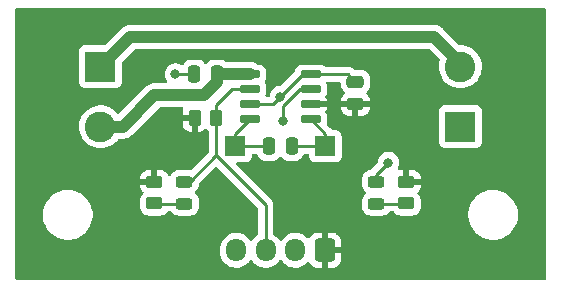
<source format=gbr>
%TF.GenerationSoftware,KiCad,Pcbnew,(6.0.0)*%
%TF.CreationDate,2022-12-15T23:32:01-05:00*%
%TF.ProjectId,FanExpander,46616e45-7870-4616-9e64-65722e6b6963,rev?*%
%TF.SameCoordinates,Original*%
%TF.FileFunction,Copper,L1,Top*%
%TF.FilePolarity,Positive*%
%FSLAX46Y46*%
G04 Gerber Fmt 4.6, Leading zero omitted, Abs format (unit mm)*
G04 Created by KiCad (PCBNEW (6.0.0)) date 2022-12-15 23:32:01*
%MOMM*%
%LPD*%
G01*
G04 APERTURE LIST*
G04 Aperture macros list*
%AMRoundRect*
0 Rectangle with rounded corners*
0 $1 Rounding radius*
0 $2 $3 $4 $5 $6 $7 $8 $9 X,Y pos of 4 corners*
0 Add a 4 corners polygon primitive as box body*
4,1,4,$2,$3,$4,$5,$6,$7,$8,$9,$2,$3,0*
0 Add four circle primitives for the rounded corners*
1,1,$1+$1,$2,$3*
1,1,$1+$1,$4,$5*
1,1,$1+$1,$6,$7*
1,1,$1+$1,$8,$9*
0 Add four rect primitives between the rounded corners*
20,1,$1+$1,$2,$3,$4,$5,0*
20,1,$1+$1,$4,$5,$6,$7,0*
20,1,$1+$1,$6,$7,$8,$9,0*
20,1,$1+$1,$8,$9,$2,$3,0*%
G04 Aperture macros list end*
%TA.AperFunction,ComponentPad*%
%ADD10R,2.600000X2.600000*%
%TD*%
%TA.AperFunction,ComponentPad*%
%ADD11C,2.600000*%
%TD*%
%TA.AperFunction,SMDPad,CuDef*%
%ADD12RoundRect,0.250000X0.475000X-0.250000X0.475000X0.250000X-0.475000X0.250000X-0.475000X-0.250000X0*%
%TD*%
%TA.AperFunction,SMDPad,CuDef*%
%ADD13RoundRect,0.250000X-0.250000X-0.475000X0.250000X-0.475000X0.250000X0.475000X-0.250000X0.475000X0*%
%TD*%
%TA.AperFunction,SMDPad,CuDef*%
%ADD14RoundRect,0.150000X-0.725000X-0.150000X0.725000X-0.150000X0.725000X0.150000X-0.725000X0.150000X0*%
%TD*%
%TA.AperFunction,SMDPad,CuDef*%
%ADD15RoundRect,0.243750X-0.456250X0.243750X-0.456250X-0.243750X0.456250X-0.243750X0.456250X0.243750X0*%
%TD*%
%TA.AperFunction,ComponentPad*%
%ADD16R,1.700000X1.700000*%
%TD*%
%TA.AperFunction,ComponentPad*%
%ADD17RoundRect,0.250000X0.600000X0.725000X-0.600000X0.725000X-0.600000X-0.725000X0.600000X-0.725000X0*%
%TD*%
%TA.AperFunction,ComponentPad*%
%ADD18O,1.700000X1.950000*%
%TD*%
%TA.AperFunction,SMDPad,CuDef*%
%ADD19RoundRect,0.250000X-0.450000X0.262500X-0.450000X-0.262500X0.450000X-0.262500X0.450000X0.262500X0*%
%TD*%
%TA.AperFunction,SMDPad,CuDef*%
%ADD20RoundRect,0.250000X0.262500X0.450000X-0.262500X0.450000X-0.262500X-0.450000X0.262500X-0.450000X0*%
%TD*%
%TA.AperFunction,ViaPad*%
%ADD21C,0.800000*%
%TD*%
%TA.AperFunction,Conductor*%
%ADD22C,0.250000*%
%TD*%
%TA.AperFunction,Conductor*%
%ADD23C,1.000000*%
%TD*%
G04 APERTURE END LIST*
D10*
%TO.P,J3,1,Pin_1*%
%TO.N,GND*%
X115240000Y-102540000D03*
D11*
%TO.P,J3,2,Pin_2*%
%TO.N,/Vfan*%
X115240000Y-97460000D03*
%TD*%
D12*
%TO.P,C2,1*%
%TO.N,+3V3*%
X106350000Y-100630000D03*
%TO.P,C2,2*%
%TO.N,GND*%
X106350000Y-98730000D03*
%TD*%
D13*
%TO.P,C3,1*%
%TO.N,Net-(C3-Pad1)*%
X99050000Y-104191000D03*
%TO.P,C3,2*%
%TO.N,Net-(C3-Pad2)*%
X100950000Y-104191000D03*
%TD*%
D14*
%TO.P,U1,1,Sense*%
%TO.N,FanGround*%
X97425000Y-98095000D03*
%TO.P,U1,2,~{Fail}*%
%TO.N,~{FAIL} Out*%
X97425000Y-99365000D03*
%TO.P,U1,3,GND*%
%TO.N,GND*%
X97425000Y-100635000D03*
%TO.P,U1,4,FC-*%
%TO.N,Net-(C3-Pad1)*%
X97425000Y-101905000D03*
%TO.P,U1,5,FC+*%
%TO.N,Net-(C3-Pad2)*%
X102575000Y-101905000D03*
%TO.P,U1,6,VCC*%
%TO.N,+3V3*%
X102575000Y-100635000D03*
%TO.P,U1,7,~{OFF}*%
%TO.N,FanEn*%
X102575000Y-99365000D03*
%TO.P,U1,8,PGND*%
%TO.N,GND*%
X102575000Y-98095000D03*
%TD*%
D15*
%TO.P,D2,1,K*%
%TO.N,GND*%
X108128000Y-107190500D03*
%TO.P,D2,2,A*%
%TO.N,Net-(D2-Pad2)*%
X108128000Y-109065500D03*
%TD*%
%TO.P,D1,1,K*%
%TO.N,~{FAIL} Out*%
X91872000Y-107190500D03*
%TO.P,D1,2,A*%
%TO.N,Net-(D1-Pad2)*%
X91872000Y-109065500D03*
%TD*%
D10*
%TO.P,J2,1,Pin_1*%
%TO.N,/Vfan*%
X84760000Y-97460000D03*
D11*
%TO.P,J2,2,Pin_2*%
%TO.N,FanGround*%
X84760000Y-102540000D03*
%TD*%
D16*
%TO.P,J5,1,Pin_1*%
%TO.N,Net-(C3-Pad2)*%
X103810000Y-104191000D03*
%TD*%
D17*
%TO.P,J1,1,Pin_1*%
%TO.N,+3V3*%
X103750000Y-113000000D03*
D18*
%TO.P,J1,2,Pin_2*%
%TO.N,FanEn*%
X101250000Y-113000000D03*
%TO.P,J1,3,Pin_3*%
%TO.N,~{FAIL} Out*%
X98750000Y-113000000D03*
%TO.P,J1,4,Pin_4*%
%TO.N,GND*%
X96250000Y-113000000D03*
%TD*%
D19*
%TO.P,R2,1*%
%TO.N,+3V3*%
X89332000Y-107215500D03*
%TO.P,R2,2*%
%TO.N,Net-(D1-Pad2)*%
X89332000Y-109040500D03*
%TD*%
%TO.P,R3,1*%
%TO.N,+3V3*%
X110668000Y-107215500D03*
%TO.P,R3,2*%
%TO.N,Net-(D2-Pad2)*%
X110668000Y-109040500D03*
%TD*%
D13*
%TO.P,C1,1*%
%TO.N,GND*%
X92700000Y-98095000D03*
%TO.P,C1,2*%
%TO.N,FanGround*%
X94600000Y-98095000D03*
%TD*%
D16*
%TO.P,J4,1,Pin_1*%
%TO.N,Net-(C3-Pad1)*%
X96190000Y-104191000D03*
%TD*%
D20*
%TO.P,R1,1*%
%TO.N,~{FAIL} Out*%
X94562500Y-101778000D03*
%TO.P,R1,2*%
%TO.N,+3V3*%
X92737500Y-101778000D03*
%TD*%
D21*
%TO.N,GND*%
X100000000Y-100000000D03*
X91110000Y-98095000D03*
X109144000Y-105588000D03*
%TO.N,FanEn*%
X100254000Y-102032000D03*
%TD*%
D22*
%TO.N,GND*%
X108128000Y-107190500D02*
X108128000Y-106604000D01*
X92700000Y-98095000D02*
X91110000Y-98095000D01*
X102575000Y-98095000D02*
X105715000Y-98095000D01*
X102575000Y-98095000D02*
X101905000Y-98095000D01*
X101905000Y-98095000D02*
X100000000Y-100000000D01*
X105715000Y-98095000D02*
X106350000Y-98730000D01*
X97425000Y-100635000D02*
X99365000Y-100635000D01*
X99365000Y-100635000D02*
X100000000Y-100000000D01*
X108128000Y-106604000D02*
X109144000Y-105588000D01*
D23*
%TO.N,FanGround*%
X94600000Y-98796000D02*
X94600000Y-98222000D01*
X93523000Y-99873000D02*
X94600000Y-98796000D01*
X94600000Y-98095000D02*
X97425000Y-98095000D01*
X86665000Y-102540000D02*
X89332000Y-99873000D01*
X89332000Y-99873000D02*
X93523000Y-99873000D01*
X84760000Y-102540000D02*
X86665000Y-102540000D01*
D22*
%TO.N,~{FAIL} Out*%
X97425000Y-99365000D02*
X95936000Y-99365000D01*
X92348500Y-107190500D02*
X94562500Y-104976500D01*
X94562500Y-101778000D02*
X94562500Y-104976500D01*
X98750000Y-109164000D02*
X94562500Y-104976500D01*
X95936000Y-99365000D02*
X94562500Y-100738500D01*
X91872000Y-107190500D02*
X92348500Y-107190500D01*
X94562500Y-100738500D02*
X94562500Y-101778000D01*
X98750000Y-113000000D02*
X98750000Y-109164000D01*
%TO.N,Net-(C3-Pad1)*%
X99050000Y-104191000D02*
X96190000Y-104191000D01*
X96190000Y-103140000D02*
X96190000Y-104191000D01*
X97425000Y-101905000D02*
X96190000Y-103140000D01*
%TO.N,Net-(C3-Pad2)*%
X103810000Y-103140000D02*
X103810000Y-104191000D01*
X102575000Y-101905000D02*
X103810000Y-103140000D01*
X100950000Y-104191000D02*
X103810000Y-104191000D01*
%TO.N,Net-(D1-Pad2)*%
X89357000Y-109065500D02*
X89332000Y-109040500D01*
X91872000Y-109065500D02*
X89357000Y-109065500D01*
%TO.N,FanEn*%
X101651000Y-99365000D02*
X101524000Y-99492000D01*
X102575000Y-99365000D02*
X101651000Y-99365000D01*
X101524000Y-99492000D02*
X101524000Y-99500614D01*
X100254000Y-100770614D02*
X100254000Y-102032000D01*
X101524000Y-99500614D02*
X100254000Y-100770614D01*
D23*
%TO.N,/Vfan*%
X84760000Y-97460000D02*
X87300000Y-94920000D01*
X87300000Y-94920000D02*
X113005000Y-94920000D01*
X113005000Y-94920000D02*
X115545000Y-97460000D01*
D22*
%TO.N,Net-(D2-Pad2)*%
X108128000Y-109065500D02*
X110643000Y-109065500D01*
X110643000Y-109065500D02*
X110668000Y-109040500D01*
%TD*%
%TA.AperFunction,Conductor*%
%TO.N,+3V3*%
G36*
X122434121Y-92528002D02*
G01*
X122480614Y-92581658D01*
X122492000Y-92634000D01*
X122492000Y-115366000D01*
X122471998Y-115434121D01*
X122418342Y-115480614D01*
X122366000Y-115492000D01*
X77634000Y-115492000D01*
X77565879Y-115471998D01*
X77519386Y-115418342D01*
X77508000Y-115366000D01*
X77508000Y-110132703D01*
X79890743Y-110132703D01*
X79928268Y-110417734D01*
X80004129Y-110695036D01*
X80116923Y-110959476D01*
X80264561Y-111206161D01*
X80444313Y-111430528D01*
X80538467Y-111519877D01*
X80633624Y-111610177D01*
X80652851Y-111628423D01*
X80886317Y-111796186D01*
X80890112Y-111798195D01*
X80890113Y-111798196D01*
X80909089Y-111808243D01*
X81140392Y-111930712D01*
X81215550Y-111958216D01*
X81375699Y-112016822D01*
X81410373Y-112029511D01*
X81691264Y-112090755D01*
X81719841Y-112093004D01*
X81914282Y-112108307D01*
X81914291Y-112108307D01*
X81916739Y-112108500D01*
X82072271Y-112108500D01*
X82074407Y-112108354D01*
X82074418Y-112108354D01*
X82282548Y-112094165D01*
X82282554Y-112094164D01*
X82286825Y-112093873D01*
X82291020Y-112093004D01*
X82291022Y-112093004D01*
X82427584Y-112064723D01*
X82568342Y-112035574D01*
X82839343Y-111939607D01*
X83094812Y-111807750D01*
X83098313Y-111805289D01*
X83098317Y-111805287D01*
X83225009Y-111716246D01*
X83330023Y-111642441D01*
X83453976Y-111527257D01*
X83537479Y-111449661D01*
X83537481Y-111449658D01*
X83540622Y-111446740D01*
X83722713Y-111224268D01*
X83872927Y-110979142D01*
X83988483Y-110715898D01*
X84067244Y-110439406D01*
X84107751Y-110154784D01*
X84107845Y-110136951D01*
X84109235Y-109871583D01*
X84109235Y-109871576D01*
X84109257Y-109867297D01*
X84097278Y-109776303D01*
X84078275Y-109631968D01*
X84071732Y-109582266D01*
X83995871Y-109304964D01*
X83931497Y-109154042D01*
X83884763Y-109044476D01*
X83884761Y-109044472D01*
X83883077Y-109040524D01*
X83784143Y-108875218D01*
X83737643Y-108797521D01*
X83737640Y-108797517D01*
X83735439Y-108793839D01*
X83555687Y-108569472D01*
X83347149Y-108371577D01*
X83113683Y-108203814D01*
X83091843Y-108192250D01*
X82970605Y-108128058D01*
X82859608Y-108069288D01*
X82589627Y-107970489D01*
X82308736Y-107909245D01*
X82277685Y-107906801D01*
X82085718Y-107891693D01*
X82085709Y-107891693D01*
X82083261Y-107891500D01*
X81927729Y-107891500D01*
X81925593Y-107891646D01*
X81925582Y-107891646D01*
X81717452Y-107905835D01*
X81717446Y-107905836D01*
X81713175Y-107906127D01*
X81708980Y-107906996D01*
X81708978Y-107906996D01*
X81572417Y-107935276D01*
X81431658Y-107964426D01*
X81160657Y-108060393D01*
X81156848Y-108062359D01*
X80945327Y-108171533D01*
X80905188Y-108192250D01*
X80901687Y-108194711D01*
X80901683Y-108194713D01*
X80854032Y-108228203D01*
X80669977Y-108357559D01*
X80459378Y-108553260D01*
X80277287Y-108775732D01*
X80127073Y-109020858D01*
X80125347Y-109024791D01*
X80125346Y-109024792D01*
X80069482Y-109152055D01*
X80011517Y-109284102D01*
X80010342Y-109288229D01*
X80010341Y-109288230D01*
X79981494Y-109389499D01*
X79932756Y-109560594D01*
X79892249Y-109845216D01*
X79892227Y-109849505D01*
X79892226Y-109849512D01*
X79891116Y-110061499D01*
X79890743Y-110132703D01*
X77508000Y-110132703D01*
X77508000Y-106943385D01*
X88124000Y-106943385D01*
X88128475Y-106958624D01*
X88129865Y-106959829D01*
X88137548Y-106961500D01*
X89059885Y-106961500D01*
X89075124Y-106957025D01*
X89076329Y-106955635D01*
X89078000Y-106947952D01*
X89078000Y-106213116D01*
X89073525Y-106197877D01*
X89072135Y-106196672D01*
X89064452Y-106195001D01*
X88834905Y-106195001D01*
X88828386Y-106195338D01*
X88732794Y-106205257D01*
X88719400Y-106208149D01*
X88565216Y-106259588D01*
X88552038Y-106265761D01*
X88414193Y-106351063D01*
X88402792Y-106360099D01*
X88288261Y-106474829D01*
X88279249Y-106486240D01*
X88194184Y-106624243D01*
X88188037Y-106637424D01*
X88136862Y-106791710D01*
X88133995Y-106805086D01*
X88124328Y-106899438D01*
X88124000Y-106905855D01*
X88124000Y-106943385D01*
X77508000Y-106943385D01*
X77508000Y-102492526D01*
X82947050Y-102492526D01*
X82947274Y-102497192D01*
X82947274Y-102497197D01*
X82952524Y-102606487D01*
X82959947Y-102761019D01*
X83012388Y-103024656D01*
X83103220Y-103277646D01*
X83105432Y-103281762D01*
X83105433Y-103281765D01*
X83163532Y-103389892D01*
X83230450Y-103514431D01*
X83233241Y-103518168D01*
X83233245Y-103518175D01*
X83299079Y-103606337D01*
X83391281Y-103729810D01*
X83394590Y-103733090D01*
X83394595Y-103733096D01*
X83578863Y-103915762D01*
X83582180Y-103919050D01*
X83585942Y-103921808D01*
X83585945Y-103921811D01*
X83634912Y-103957715D01*
X83798954Y-104077995D01*
X83803089Y-104080171D01*
X83803093Y-104080173D01*
X84032698Y-104200975D01*
X84036840Y-104203154D01*
X84290613Y-104291775D01*
X84295206Y-104292647D01*
X84550109Y-104341042D01*
X84550112Y-104341042D01*
X84554698Y-104341913D01*
X84682370Y-104346929D01*
X84818625Y-104352283D01*
X84818630Y-104352283D01*
X84823293Y-104352466D01*
X84927607Y-104341042D01*
X85085844Y-104323713D01*
X85085850Y-104323712D01*
X85090497Y-104323203D01*
X85202302Y-104293767D01*
X85345918Y-104255956D01*
X85345920Y-104255955D01*
X85350441Y-104254765D01*
X85457795Y-104208642D01*
X85593120Y-104150502D01*
X85593122Y-104150501D01*
X85597414Y-104148657D01*
X85716071Y-104075230D01*
X85822017Y-104009669D01*
X85822021Y-104009666D01*
X85825990Y-104007210D01*
X86031149Y-103833530D01*
X86208382Y-103631434D01*
X86224525Y-103606337D01*
X86278199Y-103559866D01*
X86330496Y-103548500D01*
X86603157Y-103548500D01*
X86616764Y-103549237D01*
X86648262Y-103552659D01*
X86648267Y-103552659D01*
X86654388Y-103553324D01*
X86680638Y-103551027D01*
X86704388Y-103548950D01*
X86709214Y-103548621D01*
X86711686Y-103548500D01*
X86714769Y-103548500D01*
X86726738Y-103547326D01*
X86757506Y-103544310D01*
X86758819Y-103544188D01*
X86803084Y-103540315D01*
X86851413Y-103536087D01*
X86856532Y-103534600D01*
X86861833Y-103534080D01*
X86950834Y-103507209D01*
X86951967Y-103506874D01*
X87035414Y-103482630D01*
X87035418Y-103482628D01*
X87041336Y-103480909D01*
X87046068Y-103478456D01*
X87051169Y-103476916D01*
X87056612Y-103474022D01*
X87133260Y-103433269D01*
X87134426Y-103432657D01*
X87211453Y-103392729D01*
X87216926Y-103389892D01*
X87221089Y-103386569D01*
X87225796Y-103384066D01*
X87297918Y-103325245D01*
X87298774Y-103324554D01*
X87337973Y-103293262D01*
X87340477Y-103290758D01*
X87341195Y-103290116D01*
X87345528Y-103286415D01*
X87379062Y-103259065D01*
X87389578Y-103246354D01*
X87408287Y-103223738D01*
X87416277Y-103214958D01*
X88356140Y-102275095D01*
X91717001Y-102275095D01*
X91717338Y-102281614D01*
X91727257Y-102377206D01*
X91730149Y-102390600D01*
X91781588Y-102544784D01*
X91787761Y-102557962D01*
X91873063Y-102695807D01*
X91882099Y-102707208D01*
X91996829Y-102821739D01*
X92008240Y-102830751D01*
X92146243Y-102915816D01*
X92159424Y-102921963D01*
X92313710Y-102973138D01*
X92327086Y-102976005D01*
X92421438Y-102985672D01*
X92427854Y-102986000D01*
X92465385Y-102986000D01*
X92480624Y-102981525D01*
X92481829Y-102980135D01*
X92483500Y-102972452D01*
X92483500Y-102050115D01*
X92479025Y-102034876D01*
X92477635Y-102033671D01*
X92469952Y-102032000D01*
X91735116Y-102032000D01*
X91719877Y-102036475D01*
X91718672Y-102037865D01*
X91717001Y-102045548D01*
X91717001Y-102275095D01*
X88356140Y-102275095D01*
X89712829Y-100918405D01*
X89775141Y-100884380D01*
X89801924Y-100881500D01*
X91649920Y-100881500D01*
X91718041Y-100901502D01*
X91764534Y-100955158D01*
X91774638Y-101025432D01*
X91769513Y-101047168D01*
X91729862Y-101166710D01*
X91726995Y-101180086D01*
X91717328Y-101274438D01*
X91717000Y-101280855D01*
X91717000Y-101505885D01*
X91721475Y-101521124D01*
X91722865Y-101522329D01*
X91730548Y-101524000D01*
X92865500Y-101524000D01*
X92933621Y-101544002D01*
X92980114Y-101597658D01*
X92991500Y-101650000D01*
X92991500Y-102967884D01*
X92995975Y-102983123D01*
X92997365Y-102984328D01*
X93005048Y-102985999D01*
X93047095Y-102985999D01*
X93053614Y-102985662D01*
X93149206Y-102975743D01*
X93162600Y-102972851D01*
X93316784Y-102921412D01*
X93329962Y-102915239D01*
X93467807Y-102829937D01*
X93479208Y-102820901D01*
X93560430Y-102739538D01*
X93622713Y-102705459D01*
X93693533Y-102710462D01*
X93738620Y-102739383D01*
X93821512Y-102822130D01*
X93821517Y-102822134D01*
X93826697Y-102827305D01*
X93832929Y-102831147D01*
X93832931Y-102831148D01*
X93869117Y-102853454D01*
X93916610Y-102906226D01*
X93929000Y-102960713D01*
X93929000Y-104661906D01*
X93908998Y-104730027D01*
X93892095Y-104751001D01*
X92484409Y-106158686D01*
X92422097Y-106192712D01*
X92384654Y-106194810D01*
X92384645Y-106194992D01*
X92382950Y-106194905D01*
X92382458Y-106194933D01*
X92381434Y-106194828D01*
X92381431Y-106194828D01*
X92378231Y-106194500D01*
X91875904Y-106194500D01*
X91365770Y-106194501D01*
X91260871Y-106205384D01*
X91254340Y-106207563D01*
X91254335Y-106207564D01*
X91106189Y-106256990D01*
X91094474Y-106260898D01*
X90945311Y-106353203D01*
X90821383Y-106477347D01*
X90729339Y-106626671D01*
X90727035Y-106633618D01*
X90727032Y-106633624D01*
X90720403Y-106653611D01*
X90679973Y-106711971D01*
X90614409Y-106739209D01*
X90544528Y-106726676D01*
X90492515Y-106678352D01*
X90481287Y-106653823D01*
X90475414Y-106636219D01*
X90469239Y-106623038D01*
X90383937Y-106485193D01*
X90374901Y-106473792D01*
X90260171Y-106359261D01*
X90248760Y-106350249D01*
X90110757Y-106265184D01*
X90097576Y-106259037D01*
X89943290Y-106207862D01*
X89929914Y-106204995D01*
X89835562Y-106195328D01*
X89829145Y-106195000D01*
X89604115Y-106195000D01*
X89588876Y-106199475D01*
X89587671Y-106200865D01*
X89586000Y-106208548D01*
X89586000Y-107343500D01*
X89565998Y-107411621D01*
X89512342Y-107458114D01*
X89460000Y-107469500D01*
X88142116Y-107469500D01*
X88126877Y-107473975D01*
X88125672Y-107475365D01*
X88124001Y-107483048D01*
X88124001Y-107525095D01*
X88124338Y-107531614D01*
X88134257Y-107627206D01*
X88137149Y-107640600D01*
X88188588Y-107794784D01*
X88194761Y-107807962D01*
X88280063Y-107945807D01*
X88289099Y-107957208D01*
X88370462Y-108038430D01*
X88404541Y-108100713D01*
X88399538Y-108171533D01*
X88370617Y-108216620D01*
X88287870Y-108299512D01*
X88287866Y-108299517D01*
X88282695Y-108304697D01*
X88278855Y-108310927D01*
X88278854Y-108310928D01*
X88250123Y-108357539D01*
X88189885Y-108455262D01*
X88134203Y-108623139D01*
X88123500Y-108727600D01*
X88123500Y-109353400D01*
X88123837Y-109356646D01*
X88123837Y-109356650D01*
X88133711Y-109451811D01*
X88134474Y-109459166D01*
X88136655Y-109465702D01*
X88136655Y-109465704D01*
X88176963Y-109586522D01*
X88190450Y-109626946D01*
X88283522Y-109777348D01*
X88408697Y-109902305D01*
X88414927Y-109906145D01*
X88414928Y-109906146D01*
X88552090Y-109990694D01*
X88559262Y-109995115D01*
X88567858Y-109997966D01*
X88720611Y-110048632D01*
X88720613Y-110048632D01*
X88727139Y-110050797D01*
X88733975Y-110051497D01*
X88733978Y-110051498D01*
X88777031Y-110055909D01*
X88831600Y-110061500D01*
X89832400Y-110061500D01*
X89835646Y-110061163D01*
X89835650Y-110061163D01*
X89931308Y-110051238D01*
X89931312Y-110051237D01*
X89938166Y-110050526D01*
X89944702Y-110048345D01*
X89944704Y-110048345D01*
X90095707Y-109997966D01*
X90105946Y-109994550D01*
X90256348Y-109901478D01*
X90308224Y-109849512D01*
X90376134Y-109781483D01*
X90381305Y-109776303D01*
X90392042Y-109758884D01*
X90444813Y-109711391D01*
X90499302Y-109699000D01*
X90702069Y-109699000D01*
X90770190Y-109719002D01*
X90809211Y-109758695D01*
X90822203Y-109779689D01*
X90946347Y-109903617D01*
X91095671Y-109995661D01*
X91102619Y-109997966D01*
X91102620Y-109997966D01*
X91255634Y-110048719D01*
X91255636Y-110048719D01*
X91262165Y-110050885D01*
X91365769Y-110061500D01*
X91868096Y-110061500D01*
X92378230Y-110061499D01*
X92483129Y-110050616D01*
X92489660Y-110048437D01*
X92489665Y-110048436D01*
X92642578Y-109997420D01*
X92649526Y-109995102D01*
X92798689Y-109902797D01*
X92922617Y-109778653D01*
X92927261Y-109771120D01*
X92959386Y-109719002D01*
X93014661Y-109629329D01*
X93069885Y-109462835D01*
X93080500Y-109359231D01*
X93080499Y-108771770D01*
X93069616Y-108666871D01*
X93067437Y-108660340D01*
X93067436Y-108660335D01*
X93016420Y-108507422D01*
X93014102Y-108500474D01*
X92921797Y-108351311D01*
X92797653Y-108227383D01*
X92794730Y-108225581D01*
X92754592Y-108168971D01*
X92751358Y-108098048D01*
X92786982Y-108036636D01*
X92793378Y-108031084D01*
X92798689Y-108027797D01*
X92922617Y-107903653D01*
X93014661Y-107754329D01*
X93034682Y-107693968D01*
X93067719Y-107594366D01*
X93067719Y-107594364D01*
X93069885Y-107587835D01*
X93080500Y-107484231D01*
X93080500Y-107406594D01*
X93100502Y-107338473D01*
X93117405Y-107317499D01*
X94473405Y-105961499D01*
X94535717Y-105927473D01*
X94606532Y-105932538D01*
X94651595Y-105961499D01*
X98079595Y-109389499D01*
X98113621Y-109451811D01*
X98116500Y-109478594D01*
X98116500Y-111599404D01*
X98096498Y-111667525D01*
X98055867Y-111707122D01*
X97946683Y-111773377D01*
X97942653Y-111776874D01*
X97849484Y-111857722D01*
X97772555Y-111924477D01*
X97769168Y-111928608D01*
X97629760Y-112098627D01*
X97629756Y-112098633D01*
X97626376Y-112102755D01*
X97608448Y-112134250D01*
X97557368Y-112183555D01*
X97487738Y-112197417D01*
X97421667Y-112171434D01*
X97394427Y-112142284D01*
X97359962Y-112091091D01*
X97312559Y-112020681D01*
X97262848Y-111968570D01*
X97157103Y-111857722D01*
X97153424Y-111853865D01*
X96968458Y-111716246D01*
X96963707Y-111713830D01*
X96963703Y-111713828D01*
X96841731Y-111651815D01*
X96762949Y-111611760D01*
X96757855Y-111610178D01*
X96757852Y-111610177D01*
X96547871Y-111544976D01*
X96542773Y-111543393D01*
X96537484Y-111542692D01*
X96319511Y-111513802D01*
X96319506Y-111513802D01*
X96314226Y-111513102D01*
X96308897Y-111513302D01*
X96308895Y-111513302D01*
X96210368Y-111517001D01*
X96083842Y-111521751D01*
X96078623Y-111522846D01*
X96058849Y-111526995D01*
X95858209Y-111569093D01*
X95853250Y-111571051D01*
X95853248Y-111571052D01*
X95648744Y-111651815D01*
X95648742Y-111651816D01*
X95643779Y-111653776D01*
X95639220Y-111656543D01*
X95639217Y-111656544D01*
X95540832Y-111716246D01*
X95446683Y-111773377D01*
X95442653Y-111776874D01*
X95349484Y-111857722D01*
X95272555Y-111924477D01*
X95269168Y-111928608D01*
X95129760Y-112098627D01*
X95129756Y-112098633D01*
X95126376Y-112102755D01*
X95123738Y-112107390D01*
X95123735Y-112107394D01*
X95080382Y-112183555D01*
X95012325Y-112303114D01*
X94933663Y-112519825D01*
X94932714Y-112525074D01*
X94932713Y-112525077D01*
X94893377Y-112742608D01*
X94893376Y-112742615D01*
X94892639Y-112746692D01*
X94891500Y-112770844D01*
X94891500Y-113182890D01*
X94906080Y-113354720D01*
X94907418Y-113359875D01*
X94907419Y-113359881D01*
X94962657Y-113572703D01*
X94963999Y-113577872D01*
X95058688Y-113788075D01*
X95187441Y-113979319D01*
X95346576Y-114146135D01*
X95531542Y-114283754D01*
X95536293Y-114286170D01*
X95536297Y-114286172D01*
X95598704Y-114317901D01*
X95737051Y-114388240D01*
X95742145Y-114389822D01*
X95742148Y-114389823D01*
X95942020Y-114451885D01*
X95957227Y-114456607D01*
X95962516Y-114457308D01*
X96180489Y-114486198D01*
X96180494Y-114486198D01*
X96185774Y-114486898D01*
X96191103Y-114486698D01*
X96191105Y-114486698D01*
X96300966Y-114482573D01*
X96416158Y-114478249D01*
X96421468Y-114477135D01*
X96636572Y-114432002D01*
X96641791Y-114430907D01*
X96646750Y-114428949D01*
X96646752Y-114428948D01*
X96851256Y-114348185D01*
X96851258Y-114348184D01*
X96856221Y-114346224D01*
X96955184Y-114286172D01*
X97048757Y-114229390D01*
X97048756Y-114229390D01*
X97053317Y-114226623D01*
X97093493Y-114191760D01*
X97223412Y-114079023D01*
X97223414Y-114079021D01*
X97227445Y-114075523D01*
X97291383Y-113997545D01*
X97370240Y-113901373D01*
X97370244Y-113901367D01*
X97373624Y-113897245D01*
X97391552Y-113865750D01*
X97442632Y-113816445D01*
X97512262Y-113802583D01*
X97578333Y-113828566D01*
X97605573Y-113857716D01*
X97687441Y-113979319D01*
X97846576Y-114146135D01*
X98031542Y-114283754D01*
X98036293Y-114286170D01*
X98036297Y-114286172D01*
X98098704Y-114317901D01*
X98237051Y-114388240D01*
X98242145Y-114389822D01*
X98242148Y-114389823D01*
X98442020Y-114451885D01*
X98457227Y-114456607D01*
X98462516Y-114457308D01*
X98680489Y-114486198D01*
X98680494Y-114486198D01*
X98685774Y-114486898D01*
X98691103Y-114486698D01*
X98691105Y-114486698D01*
X98800966Y-114482573D01*
X98916158Y-114478249D01*
X98921468Y-114477135D01*
X99136572Y-114432002D01*
X99141791Y-114430907D01*
X99146750Y-114428949D01*
X99146752Y-114428948D01*
X99351256Y-114348185D01*
X99351258Y-114348184D01*
X99356221Y-114346224D01*
X99455184Y-114286172D01*
X99548757Y-114229390D01*
X99548756Y-114229390D01*
X99553317Y-114226623D01*
X99593493Y-114191760D01*
X99723412Y-114079023D01*
X99723414Y-114079021D01*
X99727445Y-114075523D01*
X99791383Y-113997545D01*
X99870240Y-113901373D01*
X99870244Y-113901367D01*
X99873624Y-113897245D01*
X99891552Y-113865750D01*
X99942632Y-113816445D01*
X100012262Y-113802583D01*
X100078333Y-113828566D01*
X100105573Y-113857716D01*
X100187441Y-113979319D01*
X100346576Y-114146135D01*
X100531542Y-114283754D01*
X100536293Y-114286170D01*
X100536297Y-114286172D01*
X100598704Y-114317901D01*
X100737051Y-114388240D01*
X100742145Y-114389822D01*
X100742148Y-114389823D01*
X100942020Y-114451885D01*
X100957227Y-114456607D01*
X100962516Y-114457308D01*
X101180489Y-114486198D01*
X101180494Y-114486198D01*
X101185774Y-114486898D01*
X101191103Y-114486698D01*
X101191105Y-114486698D01*
X101300966Y-114482573D01*
X101416158Y-114478249D01*
X101421468Y-114477135D01*
X101636572Y-114432002D01*
X101641791Y-114430907D01*
X101646750Y-114428949D01*
X101646752Y-114428948D01*
X101851256Y-114348185D01*
X101851258Y-114348184D01*
X101856221Y-114346224D01*
X101955184Y-114286172D01*
X102048757Y-114229390D01*
X102048756Y-114229390D01*
X102053317Y-114226623D01*
X102093493Y-114191760D01*
X102223412Y-114079023D01*
X102223414Y-114079021D01*
X102227445Y-114075523D01*
X102257006Y-114039471D01*
X102315666Y-113999476D01*
X102386636Y-113997545D01*
X102447384Y-114034290D01*
X102461584Y-114053059D01*
X102548063Y-114192807D01*
X102557099Y-114204208D01*
X102671829Y-114318739D01*
X102683240Y-114327751D01*
X102821243Y-114412816D01*
X102834424Y-114418963D01*
X102988710Y-114470138D01*
X103002086Y-114473005D01*
X103096438Y-114482672D01*
X103102854Y-114483000D01*
X103477885Y-114483000D01*
X103493124Y-114478525D01*
X103494329Y-114477135D01*
X103496000Y-114469452D01*
X103496000Y-114464884D01*
X104004000Y-114464884D01*
X104008475Y-114480123D01*
X104009865Y-114481328D01*
X104017548Y-114482999D01*
X104397095Y-114482999D01*
X104403614Y-114482662D01*
X104499206Y-114472743D01*
X104512600Y-114469851D01*
X104666784Y-114418412D01*
X104679962Y-114412239D01*
X104817807Y-114326937D01*
X104829208Y-114317901D01*
X104943739Y-114203171D01*
X104952751Y-114191760D01*
X105037816Y-114053757D01*
X105043963Y-114040576D01*
X105095138Y-113886290D01*
X105098005Y-113872914D01*
X105107672Y-113778562D01*
X105108000Y-113772145D01*
X105108000Y-113272115D01*
X105103525Y-113256876D01*
X105102135Y-113255671D01*
X105094452Y-113254000D01*
X104022115Y-113254000D01*
X104006876Y-113258475D01*
X104005671Y-113259865D01*
X104004000Y-113267548D01*
X104004000Y-114464884D01*
X103496000Y-114464884D01*
X103496000Y-112727885D01*
X104004000Y-112727885D01*
X104008475Y-112743124D01*
X104009865Y-112744329D01*
X104017548Y-112746000D01*
X105089884Y-112746000D01*
X105105123Y-112741525D01*
X105106328Y-112740135D01*
X105107999Y-112732452D01*
X105107999Y-112227905D01*
X105107662Y-112221386D01*
X105097743Y-112125794D01*
X105094851Y-112112400D01*
X105043412Y-111958216D01*
X105037239Y-111945038D01*
X104951937Y-111807193D01*
X104942901Y-111795792D01*
X104828171Y-111681261D01*
X104816760Y-111672249D01*
X104678757Y-111587184D01*
X104665576Y-111581037D01*
X104511290Y-111529862D01*
X104497914Y-111526995D01*
X104403562Y-111517328D01*
X104397145Y-111517000D01*
X104022115Y-111517000D01*
X104006876Y-111521475D01*
X104005671Y-111522865D01*
X104004000Y-111530548D01*
X104004000Y-112727885D01*
X103496000Y-112727885D01*
X103496000Y-111535116D01*
X103491525Y-111519877D01*
X103490135Y-111518672D01*
X103482452Y-111517001D01*
X103102905Y-111517001D01*
X103096386Y-111517338D01*
X103000794Y-111527257D01*
X102987400Y-111530149D01*
X102833216Y-111581588D01*
X102820038Y-111587761D01*
X102682193Y-111673063D01*
X102670792Y-111682099D01*
X102556261Y-111796829D01*
X102547247Y-111808243D01*
X102461277Y-111947713D01*
X102408505Y-111995207D01*
X102338434Y-112006631D01*
X102273310Y-111978357D01*
X102262847Y-111968570D01*
X102242951Y-111947713D01*
X102153424Y-111853865D01*
X101968458Y-111716246D01*
X101963707Y-111713830D01*
X101963703Y-111713828D01*
X101841731Y-111651815D01*
X101762949Y-111611760D01*
X101757855Y-111610178D01*
X101757852Y-111610177D01*
X101547871Y-111544976D01*
X101542773Y-111543393D01*
X101537484Y-111542692D01*
X101319511Y-111513802D01*
X101319506Y-111513802D01*
X101314226Y-111513102D01*
X101308897Y-111513302D01*
X101308895Y-111513302D01*
X101210368Y-111517001D01*
X101083842Y-111521751D01*
X101078623Y-111522846D01*
X101058849Y-111526995D01*
X100858209Y-111569093D01*
X100853250Y-111571051D01*
X100853248Y-111571052D01*
X100648744Y-111651815D01*
X100648742Y-111651816D01*
X100643779Y-111653776D01*
X100639220Y-111656543D01*
X100639217Y-111656544D01*
X100540832Y-111716246D01*
X100446683Y-111773377D01*
X100442653Y-111776874D01*
X100349484Y-111857722D01*
X100272555Y-111924477D01*
X100269168Y-111928608D01*
X100129760Y-112098627D01*
X100129756Y-112098633D01*
X100126376Y-112102755D01*
X100108448Y-112134250D01*
X100057368Y-112183555D01*
X99987738Y-112197417D01*
X99921667Y-112171434D01*
X99894427Y-112142284D01*
X99859962Y-112091091D01*
X99812559Y-112020681D01*
X99762848Y-111968570D01*
X99657103Y-111857722D01*
X99653424Y-111853865D01*
X99468458Y-111716246D01*
X99463706Y-111713830D01*
X99463698Y-111713825D01*
X99452394Y-111708078D01*
X99400737Y-111659375D01*
X99383500Y-111595762D01*
X99383500Y-110132703D01*
X115890743Y-110132703D01*
X115928268Y-110417734D01*
X116004129Y-110695036D01*
X116116923Y-110959476D01*
X116264561Y-111206161D01*
X116444313Y-111430528D01*
X116538467Y-111519877D01*
X116633624Y-111610177D01*
X116652851Y-111628423D01*
X116886317Y-111796186D01*
X116890112Y-111798195D01*
X116890113Y-111798196D01*
X116909089Y-111808243D01*
X117140392Y-111930712D01*
X117215550Y-111958216D01*
X117375699Y-112016822D01*
X117410373Y-112029511D01*
X117691264Y-112090755D01*
X117719841Y-112093004D01*
X117914282Y-112108307D01*
X117914291Y-112108307D01*
X117916739Y-112108500D01*
X118072271Y-112108500D01*
X118074407Y-112108354D01*
X118074418Y-112108354D01*
X118282548Y-112094165D01*
X118282554Y-112094164D01*
X118286825Y-112093873D01*
X118291020Y-112093004D01*
X118291022Y-112093004D01*
X118427584Y-112064723D01*
X118568342Y-112035574D01*
X118839343Y-111939607D01*
X119094812Y-111807750D01*
X119098313Y-111805289D01*
X119098317Y-111805287D01*
X119225009Y-111716246D01*
X119330023Y-111642441D01*
X119453976Y-111527257D01*
X119537479Y-111449661D01*
X119537481Y-111449658D01*
X119540622Y-111446740D01*
X119722713Y-111224268D01*
X119872927Y-110979142D01*
X119988483Y-110715898D01*
X120067244Y-110439406D01*
X120107751Y-110154784D01*
X120107845Y-110136951D01*
X120109235Y-109871583D01*
X120109235Y-109871576D01*
X120109257Y-109867297D01*
X120097278Y-109776303D01*
X120078275Y-109631968D01*
X120071732Y-109582266D01*
X119995871Y-109304964D01*
X119931497Y-109154042D01*
X119884763Y-109044476D01*
X119884761Y-109044472D01*
X119883077Y-109040524D01*
X119784143Y-108875218D01*
X119737643Y-108797521D01*
X119737640Y-108797517D01*
X119735439Y-108793839D01*
X119555687Y-108569472D01*
X119347149Y-108371577D01*
X119113683Y-108203814D01*
X119091843Y-108192250D01*
X118970605Y-108128058D01*
X118859608Y-108069288D01*
X118589627Y-107970489D01*
X118308736Y-107909245D01*
X118277685Y-107906801D01*
X118085718Y-107891693D01*
X118085709Y-107891693D01*
X118083261Y-107891500D01*
X117927729Y-107891500D01*
X117925593Y-107891646D01*
X117925582Y-107891646D01*
X117717452Y-107905835D01*
X117717446Y-107905836D01*
X117713175Y-107906127D01*
X117708980Y-107906996D01*
X117708978Y-107906996D01*
X117572417Y-107935276D01*
X117431658Y-107964426D01*
X117160657Y-108060393D01*
X117156848Y-108062359D01*
X116945327Y-108171533D01*
X116905188Y-108192250D01*
X116901687Y-108194711D01*
X116901683Y-108194713D01*
X116854032Y-108228203D01*
X116669977Y-108357559D01*
X116459378Y-108553260D01*
X116277287Y-108775732D01*
X116127073Y-109020858D01*
X116125347Y-109024791D01*
X116125346Y-109024792D01*
X116069482Y-109152055D01*
X116011517Y-109284102D01*
X116010342Y-109288229D01*
X116010341Y-109288230D01*
X115981494Y-109389499D01*
X115932756Y-109560594D01*
X115892249Y-109845216D01*
X115892227Y-109849505D01*
X115892226Y-109849512D01*
X115891116Y-110061499D01*
X115890743Y-110132703D01*
X99383500Y-110132703D01*
X99383500Y-109242767D01*
X99384027Y-109231584D01*
X99385702Y-109224091D01*
X99383562Y-109156014D01*
X99383500Y-109152055D01*
X99383500Y-109124144D01*
X99382995Y-109120144D01*
X99382062Y-109108301D01*
X99380922Y-109072029D01*
X99380673Y-109064110D01*
X99375022Y-109044658D01*
X99371014Y-109025306D01*
X99369467Y-109013063D01*
X99368474Y-109005203D01*
X99365556Y-108997832D01*
X99352200Y-108964097D01*
X99348355Y-108952870D01*
X99347721Y-108950687D01*
X99336018Y-108910407D01*
X99331984Y-108903585D01*
X99331981Y-108903579D01*
X99325706Y-108892968D01*
X99317010Y-108875218D01*
X99312472Y-108863756D01*
X99312469Y-108863751D01*
X99309552Y-108856383D01*
X99283573Y-108820625D01*
X99277057Y-108810707D01*
X99258575Y-108779457D01*
X99254542Y-108772637D01*
X99253674Y-108771769D01*
X106919500Y-108771769D01*
X106919501Y-109359230D01*
X106930384Y-109464129D01*
X106932563Y-109470660D01*
X106932564Y-109470665D01*
X106961190Y-109556466D01*
X106985898Y-109630526D01*
X107078203Y-109779689D01*
X107202347Y-109903617D01*
X107351671Y-109995661D01*
X107358619Y-109997966D01*
X107358620Y-109997966D01*
X107511634Y-110048719D01*
X107511636Y-110048719D01*
X107518165Y-110050885D01*
X107621769Y-110061500D01*
X108124096Y-110061500D01*
X108634230Y-110061499D01*
X108739129Y-110050616D01*
X108745660Y-110048437D01*
X108745665Y-110048436D01*
X108898578Y-109997420D01*
X108905526Y-109995102D01*
X109054689Y-109902797D01*
X109178617Y-109778653D01*
X109183259Y-109771123D01*
X109190802Y-109758885D01*
X109243574Y-109711391D01*
X109298062Y-109699000D01*
X109500835Y-109699000D01*
X109568956Y-109719002D01*
X109607978Y-109758695D01*
X109615669Y-109771123D01*
X109615673Y-109771128D01*
X109619522Y-109777348D01*
X109744697Y-109902305D01*
X109750927Y-109906145D01*
X109750928Y-109906146D01*
X109888090Y-109990694D01*
X109895262Y-109995115D01*
X109903858Y-109997966D01*
X110056611Y-110048632D01*
X110056613Y-110048632D01*
X110063139Y-110050797D01*
X110069975Y-110051497D01*
X110069978Y-110051498D01*
X110113031Y-110055909D01*
X110167600Y-110061500D01*
X111168400Y-110061500D01*
X111171646Y-110061163D01*
X111171650Y-110061163D01*
X111267308Y-110051238D01*
X111267312Y-110051237D01*
X111274166Y-110050526D01*
X111280702Y-110048345D01*
X111280704Y-110048345D01*
X111431707Y-109997966D01*
X111441946Y-109994550D01*
X111592348Y-109901478D01*
X111644224Y-109849512D01*
X111712134Y-109781483D01*
X111717305Y-109776303D01*
X111757318Y-109711391D01*
X111806275Y-109631968D01*
X111806276Y-109631966D01*
X111810115Y-109625738D01*
X111865797Y-109457861D01*
X111876500Y-109353400D01*
X111876500Y-108727600D01*
X111876163Y-108724350D01*
X111866238Y-108628692D01*
X111866237Y-108628688D01*
X111865526Y-108621834D01*
X111847074Y-108566525D01*
X111811868Y-108461002D01*
X111809550Y-108454054D01*
X111716478Y-108303652D01*
X111711296Y-108298479D01*
X111629537Y-108216862D01*
X111595458Y-108154579D01*
X111600461Y-108083759D01*
X111629382Y-108038671D01*
X111711739Y-107956171D01*
X111720751Y-107944760D01*
X111805816Y-107806757D01*
X111811963Y-107793576D01*
X111863138Y-107639290D01*
X111866005Y-107625914D01*
X111875672Y-107531562D01*
X111876000Y-107525146D01*
X111876000Y-107487615D01*
X111871525Y-107472376D01*
X111870135Y-107471171D01*
X111862452Y-107469500D01*
X110540000Y-107469500D01*
X110471879Y-107449498D01*
X110425386Y-107395842D01*
X110414000Y-107343500D01*
X110414000Y-106943385D01*
X110922000Y-106943385D01*
X110926475Y-106958624D01*
X110927865Y-106959829D01*
X110935548Y-106961500D01*
X111857884Y-106961500D01*
X111873123Y-106957025D01*
X111874328Y-106955635D01*
X111875999Y-106947952D01*
X111875999Y-106905905D01*
X111875662Y-106899386D01*
X111865743Y-106803794D01*
X111862851Y-106790400D01*
X111811412Y-106636216D01*
X111805239Y-106623038D01*
X111719937Y-106485193D01*
X111710901Y-106473792D01*
X111596171Y-106359261D01*
X111584760Y-106350249D01*
X111446757Y-106265184D01*
X111433576Y-106259037D01*
X111279290Y-106207862D01*
X111265914Y-106204995D01*
X111171562Y-106195328D01*
X111165145Y-106195000D01*
X110940115Y-106195000D01*
X110924876Y-106199475D01*
X110923671Y-106200865D01*
X110922000Y-106208548D01*
X110922000Y-106943385D01*
X110414000Y-106943385D01*
X110414000Y-106213116D01*
X110409525Y-106197877D01*
X110408135Y-106196672D01*
X110400452Y-106195001D01*
X110170905Y-106195001D01*
X110164388Y-106195338D01*
X110067444Y-106205397D01*
X109997622Y-106192532D01*
X109945840Y-106143961D01*
X109928538Y-106075105D01*
X109945321Y-106017070D01*
X109975223Y-105965279D01*
X109975224Y-105965278D01*
X109978527Y-105959556D01*
X110037542Y-105777928D01*
X110038944Y-105764595D01*
X110056814Y-105594565D01*
X110057504Y-105588000D01*
X110040284Y-105424163D01*
X110038232Y-105404635D01*
X110038232Y-105404633D01*
X110037542Y-105398072D01*
X109978527Y-105216444D01*
X109883040Y-105051056D01*
X109828017Y-104989946D01*
X109759675Y-104914045D01*
X109759674Y-104914044D01*
X109755253Y-104909134D01*
X109600752Y-104796882D01*
X109594724Y-104794198D01*
X109594722Y-104794197D01*
X109432319Y-104721891D01*
X109432318Y-104721891D01*
X109426288Y-104719206D01*
X109332888Y-104699353D01*
X109245944Y-104680872D01*
X109245939Y-104680872D01*
X109239487Y-104679500D01*
X109048513Y-104679500D01*
X109042061Y-104680872D01*
X109042056Y-104680872D01*
X108955112Y-104699353D01*
X108861712Y-104719206D01*
X108855682Y-104721891D01*
X108855681Y-104721891D01*
X108693278Y-104794197D01*
X108693276Y-104794198D01*
X108687248Y-104796882D01*
X108532747Y-104909134D01*
X108528326Y-104914044D01*
X108528325Y-104914045D01*
X108459984Y-104989946D01*
X108404960Y-105051056D01*
X108309473Y-105216444D01*
X108250458Y-105398072D01*
X108249768Y-105404633D01*
X108249768Y-105404635D01*
X108247716Y-105424163D01*
X108234543Y-105549500D01*
X108233093Y-105563292D01*
X108206080Y-105628949D01*
X108196878Y-105639218D01*
X107735742Y-106100353D01*
X107727463Y-106107887D01*
X107720982Y-106112000D01*
X107715555Y-106117779D01*
X107715554Y-106117780D01*
X107677999Y-106157773D01*
X107616786Y-106193739D01*
X107599153Y-106196847D01*
X107516871Y-106205384D01*
X107510340Y-106207563D01*
X107510335Y-106207564D01*
X107362189Y-106256990D01*
X107350474Y-106260898D01*
X107201311Y-106353203D01*
X107077383Y-106477347D01*
X106985339Y-106626671D01*
X106983034Y-106633619D01*
X106983034Y-106633620D01*
X106948012Y-106739209D01*
X106930115Y-106793165D01*
X106919500Y-106896769D01*
X106919501Y-107484230D01*
X106930384Y-107589129D01*
X106932563Y-107595660D01*
X106932564Y-107595665D01*
X106976617Y-107727708D01*
X106985898Y-107755526D01*
X107078203Y-107904689D01*
X107202347Y-108028617D01*
X107205270Y-108030419D01*
X107245408Y-108087029D01*
X107248642Y-108157952D01*
X107213018Y-108219364D01*
X107206622Y-108224916D01*
X107201311Y-108228203D01*
X107077383Y-108352347D01*
X107073543Y-108358577D01*
X107073542Y-108358578D01*
X107065198Y-108372115D01*
X106985339Y-108501671D01*
X106983034Y-108508619D01*
X106983034Y-108508620D01*
X106943208Y-108628692D01*
X106930115Y-108668165D01*
X106919500Y-108771769D01*
X99253674Y-108771769D01*
X99240218Y-108758313D01*
X99227376Y-108743278D01*
X99215472Y-108726893D01*
X99181406Y-108698711D01*
X99172627Y-108690722D01*
X96246500Y-105764595D01*
X96212474Y-105702283D01*
X96217539Y-105631468D01*
X96260086Y-105574632D01*
X96326606Y-105549821D01*
X96335595Y-105549500D01*
X97088134Y-105549500D01*
X97150316Y-105542745D01*
X97286705Y-105491615D01*
X97403261Y-105404261D01*
X97490615Y-105287705D01*
X97541745Y-105151316D01*
X97548500Y-105089134D01*
X97548500Y-104950500D01*
X97568502Y-104882379D01*
X97622158Y-104835886D01*
X97674500Y-104824500D01*
X97962462Y-104824500D01*
X98030583Y-104844502D01*
X98077076Y-104898158D01*
X98081986Y-104910624D01*
X98108450Y-104989946D01*
X98201522Y-105140348D01*
X98326697Y-105265305D01*
X98332927Y-105269145D01*
X98332928Y-105269146D01*
X98470090Y-105353694D01*
X98477262Y-105358115D01*
X98557005Y-105384564D01*
X98638611Y-105411632D01*
X98638613Y-105411632D01*
X98645139Y-105413797D01*
X98651975Y-105414497D01*
X98651978Y-105414498D01*
X98695031Y-105418909D01*
X98749600Y-105424500D01*
X99350400Y-105424500D01*
X99353646Y-105424163D01*
X99353650Y-105424163D01*
X99449308Y-105414238D01*
X99449312Y-105414237D01*
X99456166Y-105413526D01*
X99462702Y-105411345D01*
X99462704Y-105411345D01*
X99594806Y-105367272D01*
X99623946Y-105357550D01*
X99774348Y-105264478D01*
X99899305Y-105139303D01*
X99901906Y-105135084D01*
X99959030Y-105094583D01*
X100029953Y-105091351D01*
X100091365Y-105126976D01*
X100097922Y-105134530D01*
X100101522Y-105140348D01*
X100226697Y-105265305D01*
X100232927Y-105269145D01*
X100232928Y-105269146D01*
X100370090Y-105353694D01*
X100377262Y-105358115D01*
X100457005Y-105384564D01*
X100538611Y-105411632D01*
X100538613Y-105411632D01*
X100545139Y-105413797D01*
X100551975Y-105414497D01*
X100551978Y-105414498D01*
X100595031Y-105418909D01*
X100649600Y-105424500D01*
X101250400Y-105424500D01*
X101253646Y-105424163D01*
X101253650Y-105424163D01*
X101349308Y-105414238D01*
X101349312Y-105414237D01*
X101356166Y-105413526D01*
X101362702Y-105411345D01*
X101362704Y-105411345D01*
X101494806Y-105367272D01*
X101523946Y-105357550D01*
X101674348Y-105264478D01*
X101799305Y-105139303D01*
X101850177Y-105056774D01*
X101888275Y-104994968D01*
X101888276Y-104994966D01*
X101892115Y-104988738D01*
X101911249Y-104931051D01*
X101917955Y-104910833D01*
X101958386Y-104852473D01*
X102023950Y-104825236D01*
X102037548Y-104824500D01*
X102325500Y-104824500D01*
X102393621Y-104844502D01*
X102440114Y-104898158D01*
X102451500Y-104950500D01*
X102451500Y-105089134D01*
X102458255Y-105151316D01*
X102509385Y-105287705D01*
X102596739Y-105404261D01*
X102713295Y-105491615D01*
X102849684Y-105542745D01*
X102911866Y-105549500D01*
X104708134Y-105549500D01*
X104770316Y-105542745D01*
X104906705Y-105491615D01*
X105023261Y-105404261D01*
X105110615Y-105287705D01*
X105161745Y-105151316D01*
X105168500Y-105089134D01*
X105168500Y-103888134D01*
X113431500Y-103888134D01*
X113438255Y-103950316D01*
X113489385Y-104086705D01*
X113576739Y-104203261D01*
X113693295Y-104290615D01*
X113829684Y-104341745D01*
X113891866Y-104348500D01*
X116588134Y-104348500D01*
X116650316Y-104341745D01*
X116786705Y-104290615D01*
X116903261Y-104203261D01*
X116990615Y-104086705D01*
X117041745Y-103950316D01*
X117048500Y-103888134D01*
X117048500Y-101191866D01*
X117041745Y-101129684D01*
X116990615Y-100993295D01*
X116903261Y-100876739D01*
X116786705Y-100789385D01*
X116650316Y-100738255D01*
X116588134Y-100731500D01*
X113891866Y-100731500D01*
X113829684Y-100738255D01*
X113693295Y-100789385D01*
X113576739Y-100876739D01*
X113489385Y-100993295D01*
X113438255Y-101129684D01*
X113431500Y-101191866D01*
X113431500Y-103888134D01*
X105168500Y-103888134D01*
X105168500Y-103292866D01*
X105161745Y-103230684D01*
X105110615Y-103094295D01*
X105023261Y-102977739D01*
X104906705Y-102890385D01*
X104770316Y-102839255D01*
X104708134Y-102832500D01*
X104436007Y-102832500D01*
X104367886Y-102812498D01*
X104327554Y-102770639D01*
X104318582Y-102755468D01*
X104318579Y-102755464D01*
X104314542Y-102748638D01*
X104300221Y-102734317D01*
X104287380Y-102719283D01*
X104283038Y-102713307D01*
X104275472Y-102702893D01*
X104241395Y-102674702D01*
X104232616Y-102666712D01*
X103956289Y-102390385D01*
X103922263Y-102328073D01*
X103924387Y-102266137D01*
X103937231Y-102221928D01*
X103955562Y-102158831D01*
X103958500Y-102121502D01*
X103958500Y-101688498D01*
X103955562Y-101651169D01*
X103918616Y-101524000D01*
X103911357Y-101499012D01*
X103911356Y-101499010D01*
X103909145Y-101491399D01*
X103863245Y-101413787D01*
X103828493Y-101355024D01*
X103828492Y-101355023D01*
X103824453Y-101348193D01*
X103821513Y-101345253D01*
X103796180Y-101280734D01*
X103810079Y-101211111D01*
X103822126Y-101192364D01*
X103828090Y-101184676D01*
X103904648Y-101055221D01*
X103910893Y-101040790D01*
X103943925Y-100927095D01*
X105117001Y-100927095D01*
X105117338Y-100933614D01*
X105127257Y-101029206D01*
X105130149Y-101042600D01*
X105181588Y-101196784D01*
X105187761Y-101209962D01*
X105273063Y-101347807D01*
X105282099Y-101359208D01*
X105396829Y-101473739D01*
X105408240Y-101482751D01*
X105546243Y-101567816D01*
X105559424Y-101573963D01*
X105713710Y-101625138D01*
X105727086Y-101628005D01*
X105821438Y-101637672D01*
X105827854Y-101638000D01*
X106077885Y-101638000D01*
X106093124Y-101633525D01*
X106094329Y-101632135D01*
X106096000Y-101624452D01*
X106096000Y-101619884D01*
X106604000Y-101619884D01*
X106608475Y-101635123D01*
X106609865Y-101636328D01*
X106617548Y-101637999D01*
X106872095Y-101637999D01*
X106878614Y-101637662D01*
X106974206Y-101627743D01*
X106987600Y-101624851D01*
X107141784Y-101573412D01*
X107154962Y-101567239D01*
X107292807Y-101481937D01*
X107304208Y-101472901D01*
X107418739Y-101358171D01*
X107427751Y-101346760D01*
X107512816Y-101208757D01*
X107518963Y-101195576D01*
X107570138Y-101041290D01*
X107573005Y-101027914D01*
X107582672Y-100933562D01*
X107583000Y-100927146D01*
X107583000Y-100902115D01*
X107578525Y-100886876D01*
X107577135Y-100885671D01*
X107569452Y-100884000D01*
X106622115Y-100884000D01*
X106606876Y-100888475D01*
X106605671Y-100889865D01*
X106604000Y-100897548D01*
X106604000Y-101619884D01*
X106096000Y-101619884D01*
X106096000Y-100902115D01*
X106091525Y-100886876D01*
X106090135Y-100885671D01*
X106082452Y-100884000D01*
X105135116Y-100884000D01*
X105119877Y-100888475D01*
X105118672Y-100889865D01*
X105117001Y-100897548D01*
X105117001Y-100927095D01*
X103943925Y-100927095D01*
X103949939Y-100906395D01*
X103949899Y-100892294D01*
X103942630Y-100889000D01*
X102447000Y-100889000D01*
X102378879Y-100868998D01*
X102332386Y-100815342D01*
X102321000Y-100763000D01*
X102321000Y-100507000D01*
X102341002Y-100438879D01*
X102394658Y-100392386D01*
X102447000Y-100381000D01*
X103936878Y-100381000D01*
X103950409Y-100377027D01*
X103951544Y-100369129D01*
X103910893Y-100229210D01*
X103904648Y-100214779D01*
X103828089Y-100085323D01*
X103822129Y-100077640D01*
X103796180Y-100011556D01*
X103810078Y-99941933D01*
X103820421Y-99925839D01*
X103824453Y-99921807D01*
X103909145Y-99778601D01*
X103955562Y-99618831D01*
X103957914Y-99588954D01*
X103958307Y-99583958D01*
X103958307Y-99583950D01*
X103958500Y-99581502D01*
X103958500Y-99148498D01*
X103958044Y-99142704D01*
X103956067Y-99117579D01*
X103956066Y-99117574D01*
X103955562Y-99111169D01*
X103909145Y-98951399D01*
X103889769Y-98918637D01*
X103872311Y-98849822D01*
X103894828Y-98782491D01*
X103950173Y-98738022D01*
X103998224Y-98728500D01*
X104990500Y-98728500D01*
X105058621Y-98748502D01*
X105105114Y-98802158D01*
X105116500Y-98854500D01*
X105116500Y-99030400D01*
X105116837Y-99033646D01*
X105116837Y-99033650D01*
X105126481Y-99126594D01*
X105127474Y-99136166D01*
X105129655Y-99142702D01*
X105129655Y-99142704D01*
X105140749Y-99175956D01*
X105183450Y-99303946D01*
X105276522Y-99454348D01*
X105401697Y-99579305D01*
X105406235Y-99582102D01*
X105446824Y-99639353D01*
X105450054Y-99710276D01*
X105414428Y-99771687D01*
X105405932Y-99779062D01*
X105395793Y-99787098D01*
X105281261Y-99901829D01*
X105272249Y-99913240D01*
X105187184Y-100051243D01*
X105181037Y-100064424D01*
X105129862Y-100218710D01*
X105126995Y-100232086D01*
X105117328Y-100326438D01*
X105117000Y-100332854D01*
X105117000Y-100357885D01*
X105121475Y-100373124D01*
X105122865Y-100374329D01*
X105130548Y-100376000D01*
X107564884Y-100376000D01*
X107580123Y-100371525D01*
X107581328Y-100370135D01*
X107582999Y-100362452D01*
X107582999Y-100332905D01*
X107582662Y-100326386D01*
X107572743Y-100230794D01*
X107569851Y-100217400D01*
X107518412Y-100063216D01*
X107512239Y-100050038D01*
X107426937Y-99912193D01*
X107417901Y-99900792D01*
X107303172Y-99786262D01*
X107294238Y-99779206D01*
X107253177Y-99721288D01*
X107249947Y-99650365D01*
X107285574Y-99588954D01*
X107293407Y-99582154D01*
X107299348Y-99578478D01*
X107424305Y-99453303D01*
X107428146Y-99447072D01*
X107513275Y-99308968D01*
X107513276Y-99308966D01*
X107517115Y-99302738D01*
X107547797Y-99210233D01*
X107570632Y-99141389D01*
X107570632Y-99141387D01*
X107572797Y-99134861D01*
X107573839Y-99124697D01*
X107583172Y-99033598D01*
X107583500Y-99030400D01*
X107583500Y-98429600D01*
X107572526Y-98323834D01*
X107561641Y-98291206D01*
X107518868Y-98163002D01*
X107516550Y-98156054D01*
X107423478Y-98005652D01*
X107298303Y-97880695D01*
X107292072Y-97876854D01*
X107153968Y-97791725D01*
X107153966Y-97791724D01*
X107147738Y-97787885D01*
X107067995Y-97761436D01*
X106986389Y-97734368D01*
X106986387Y-97734368D01*
X106979861Y-97732203D01*
X106973025Y-97731503D01*
X106973022Y-97731502D01*
X106929969Y-97727091D01*
X106875400Y-97721500D01*
X106292580Y-97721500D01*
X106224459Y-97701498D01*
X106206327Y-97687350D01*
X106157349Y-97641357D01*
X106154507Y-97638602D01*
X106134770Y-97618865D01*
X106131573Y-97616385D01*
X106122551Y-97608680D01*
X106096100Y-97583841D01*
X106090321Y-97578414D01*
X106083375Y-97574595D01*
X106083372Y-97574593D01*
X106072566Y-97568652D01*
X106056047Y-97557801D01*
X106048256Y-97551758D01*
X106040041Y-97545386D01*
X106032772Y-97542241D01*
X106032768Y-97542238D01*
X105999463Y-97527826D01*
X105988813Y-97522609D01*
X105950060Y-97501305D01*
X105930437Y-97496267D01*
X105911734Y-97489863D01*
X105900420Y-97484967D01*
X105900419Y-97484967D01*
X105893145Y-97481819D01*
X105885322Y-97480580D01*
X105885312Y-97480577D01*
X105849476Y-97474901D01*
X105837856Y-97472495D01*
X105802711Y-97463472D01*
X105802710Y-97463472D01*
X105795030Y-97461500D01*
X105774776Y-97461500D01*
X105755065Y-97459949D01*
X105742886Y-97458020D01*
X105735057Y-97456780D01*
X105727165Y-97457526D01*
X105691039Y-97460941D01*
X105679181Y-97461500D01*
X103799950Y-97461500D01*
X103731829Y-97441498D01*
X103718729Y-97430941D01*
X103718675Y-97431011D01*
X103712415Y-97426155D01*
X103706807Y-97420547D01*
X103699983Y-97416511D01*
X103699980Y-97416509D01*
X103570427Y-97339892D01*
X103570428Y-97339892D01*
X103563601Y-97335855D01*
X103555990Y-97333644D01*
X103555988Y-97333643D01*
X103501589Y-97317839D01*
X103403831Y-97289438D01*
X103397426Y-97288934D01*
X103397421Y-97288933D01*
X103368958Y-97286693D01*
X103368950Y-97286693D01*
X103366502Y-97286500D01*
X101783498Y-97286500D01*
X101781050Y-97286693D01*
X101781042Y-97286693D01*
X101752579Y-97288933D01*
X101752574Y-97288934D01*
X101746169Y-97289438D01*
X101648411Y-97317839D01*
X101594012Y-97333643D01*
X101594010Y-97333644D01*
X101586399Y-97335855D01*
X101579572Y-97339892D01*
X101579573Y-97339892D01*
X101450020Y-97416509D01*
X101450017Y-97416511D01*
X101443193Y-97420547D01*
X101325547Y-97538193D01*
X101321511Y-97545017D01*
X101321509Y-97545020D01*
X101276179Y-97621669D01*
X101240855Y-97681399D01*
X101238644Y-97689010D01*
X101238643Y-97689012D01*
X101229205Y-97721500D01*
X101194438Y-97841169D01*
X101193933Y-97847582D01*
X101193932Y-97847589D01*
X101192233Y-97869171D01*
X101166948Y-97935512D01*
X101155717Y-97948379D01*
X100049500Y-99054595D01*
X99987188Y-99088621D01*
X99960405Y-99091500D01*
X99904513Y-99091500D01*
X99898061Y-99092872D01*
X99898056Y-99092872D01*
X99841038Y-99104992D01*
X99717712Y-99131206D01*
X99711682Y-99133891D01*
X99711681Y-99133891D01*
X99549278Y-99206197D01*
X99549276Y-99206198D01*
X99543248Y-99208882D01*
X99388747Y-99321134D01*
X99384326Y-99326044D01*
X99384325Y-99326045D01*
X99269742Y-99453303D01*
X99260960Y-99463056D01*
X99257659Y-99468774D01*
X99194001Y-99579033D01*
X99165473Y-99628444D01*
X99106458Y-99810072D01*
X99105769Y-99816631D01*
X99105768Y-99816634D01*
X99098197Y-99888671D01*
X99071184Y-99954327D01*
X99012962Y-99994957D01*
X98972887Y-100001500D01*
X98848224Y-100001500D01*
X98780103Y-99981498D01*
X98733610Y-99927842D01*
X98723506Y-99857568D01*
X98739769Y-99811364D01*
X98759145Y-99778601D01*
X98805562Y-99618831D01*
X98807914Y-99588954D01*
X98808307Y-99583958D01*
X98808307Y-99583950D01*
X98808500Y-99581502D01*
X98808500Y-99148498D01*
X98808044Y-99142704D01*
X98806067Y-99117579D01*
X98806066Y-99117574D01*
X98805562Y-99111169D01*
X98759145Y-98951399D01*
X98674453Y-98808193D01*
X98671771Y-98805511D01*
X98646498Y-98741139D01*
X98660400Y-98671516D01*
X98670572Y-98655688D01*
X98674453Y-98651807D01*
X98759145Y-98508601D01*
X98769698Y-98472279D01*
X98803767Y-98355008D01*
X98805562Y-98348831D01*
X98807410Y-98325361D01*
X98808307Y-98313958D01*
X98808307Y-98313950D01*
X98808500Y-98311502D01*
X98808500Y-97878498D01*
X98807766Y-97869171D01*
X98806067Y-97847579D01*
X98806066Y-97847574D01*
X98805562Y-97841169D01*
X98770795Y-97721500D01*
X98761357Y-97689012D01*
X98761356Y-97689010D01*
X98759145Y-97681399D01*
X98723821Y-97621669D01*
X98678491Y-97545020D01*
X98678489Y-97545017D01*
X98674453Y-97538193D01*
X98556807Y-97420547D01*
X98549983Y-97416511D01*
X98549980Y-97416509D01*
X98420427Y-97339892D01*
X98420428Y-97339892D01*
X98413601Y-97335855D01*
X98405990Y-97333644D01*
X98405988Y-97333643D01*
X98351589Y-97317839D01*
X98253831Y-97289438D01*
X98247426Y-97288934D01*
X98247421Y-97288933D01*
X98218958Y-97286693D01*
X98218950Y-97286693D01*
X98216502Y-97286500D01*
X98075853Y-97286500D01*
X98004666Y-97264464D01*
X98002249Y-97262809D01*
X97997526Y-97258846D01*
X97824213Y-97163567D01*
X97818346Y-97161706D01*
X97818344Y-97161705D01*
X97641564Y-97105627D01*
X97641563Y-97105627D01*
X97635694Y-97103765D01*
X97481773Y-97086500D01*
X95441350Y-97086500D01*
X95373229Y-97066498D01*
X95352333Y-97049674D01*
X95330809Y-97028188D01*
X95323303Y-97020695D01*
X95185123Y-96935519D01*
X95178968Y-96931725D01*
X95178966Y-96931724D01*
X95172738Y-96927885D01*
X95092995Y-96901436D01*
X95011389Y-96874368D01*
X95011387Y-96874368D01*
X95004861Y-96872203D01*
X94998025Y-96871503D01*
X94998022Y-96871502D01*
X94954969Y-96867091D01*
X94900400Y-96861500D01*
X94299600Y-96861500D01*
X94296354Y-96861837D01*
X94296350Y-96861837D01*
X94200692Y-96871762D01*
X94200688Y-96871763D01*
X94193834Y-96872474D01*
X94187298Y-96874655D01*
X94187296Y-96874655D01*
X94055194Y-96918728D01*
X94026054Y-96928450D01*
X93875652Y-97021522D01*
X93750695Y-97146697D01*
X93748094Y-97150916D01*
X93690970Y-97191417D01*
X93620047Y-97194649D01*
X93558635Y-97159024D01*
X93552078Y-97151470D01*
X93548478Y-97145652D01*
X93423303Y-97020695D01*
X93285123Y-96935519D01*
X93278968Y-96931725D01*
X93278966Y-96931724D01*
X93272738Y-96927885D01*
X93192995Y-96901436D01*
X93111389Y-96874368D01*
X93111387Y-96874368D01*
X93104861Y-96872203D01*
X93098025Y-96871503D01*
X93098022Y-96871502D01*
X93054969Y-96867091D01*
X93000400Y-96861500D01*
X92399600Y-96861500D01*
X92396354Y-96861837D01*
X92396350Y-96861837D01*
X92300692Y-96871762D01*
X92300688Y-96871763D01*
X92293834Y-96872474D01*
X92287298Y-96874655D01*
X92287296Y-96874655D01*
X92155194Y-96918728D01*
X92126054Y-96928450D01*
X91975652Y-97021522D01*
X91850695Y-97146697D01*
X91802531Y-97224834D01*
X91767282Y-97282018D01*
X91714510Y-97329511D01*
X91644438Y-97340935D01*
X91585962Y-97317839D01*
X91566752Y-97303882D01*
X91560724Y-97301198D01*
X91560722Y-97301197D01*
X91398319Y-97228891D01*
X91398318Y-97228891D01*
X91392288Y-97226206D01*
X91298888Y-97206353D01*
X91211944Y-97187872D01*
X91211939Y-97187872D01*
X91205487Y-97186500D01*
X91014513Y-97186500D01*
X91008061Y-97187872D01*
X91008056Y-97187872D01*
X90921112Y-97206353D01*
X90827712Y-97226206D01*
X90821682Y-97228891D01*
X90821681Y-97228891D01*
X90659278Y-97301197D01*
X90659276Y-97301198D01*
X90653248Y-97303882D01*
X90647907Y-97307762D01*
X90647906Y-97307763D01*
X90617973Y-97329511D01*
X90498747Y-97416134D01*
X90494326Y-97421044D01*
X90494325Y-97421045D01*
X90382698Y-97545020D01*
X90370960Y-97558056D01*
X90356073Y-97583841D01*
X90288144Y-97701498D01*
X90275473Y-97723444D01*
X90216458Y-97905072D01*
X90215768Y-97911633D01*
X90215768Y-97911635D01*
X90211906Y-97948379D01*
X90196496Y-98095000D01*
X90197186Y-98101565D01*
X90206822Y-98193242D01*
X90216458Y-98284928D01*
X90275473Y-98466556D01*
X90370960Y-98631944D01*
X90390992Y-98654192D01*
X90421708Y-98718198D01*
X90412943Y-98788652D01*
X90367479Y-98843182D01*
X90297354Y-98864500D01*
X89393850Y-98864500D01*
X89380242Y-98863763D01*
X89379662Y-98863700D01*
X89342612Y-98859675D01*
X89292570Y-98864053D01*
X89287788Y-98864379D01*
X89285310Y-98864500D01*
X89282231Y-98864500D01*
X89279177Y-98864799D01*
X89279166Y-98864800D01*
X89239529Y-98868687D01*
X89238215Y-98868809D01*
X89202688Y-98871917D01*
X89145587Y-98876913D01*
X89140468Y-98878400D01*
X89135167Y-98878920D01*
X89046166Y-98905791D01*
X89045033Y-98906126D01*
X88961586Y-98930370D01*
X88961582Y-98930372D01*
X88955664Y-98932091D01*
X88950932Y-98934544D01*
X88945831Y-98936084D01*
X88940388Y-98938978D01*
X88863740Y-98979731D01*
X88862574Y-98980343D01*
X88824319Y-99000173D01*
X88780074Y-99023108D01*
X88775911Y-99026431D01*
X88771204Y-99028934D01*
X88766429Y-99032828D01*
X88766428Y-99032829D01*
X88699102Y-99087739D01*
X88698075Y-99088567D01*
X88661792Y-99117531D01*
X88661787Y-99117536D01*
X88659028Y-99119738D01*
X88656527Y-99122239D01*
X88655809Y-99122881D01*
X88651461Y-99126594D01*
X88647489Y-99129834D01*
X88617938Y-99153935D01*
X88614015Y-99158677D01*
X88614013Y-99158679D01*
X88588703Y-99189273D01*
X88580713Y-99198053D01*
X86359100Y-101419666D01*
X86296788Y-101453692D01*
X86225973Y-101448627D01*
X86171058Y-101408579D01*
X86097105Y-101314769D01*
X85901317Y-101130591D01*
X85715527Y-101001703D01*
X85684299Y-100980039D01*
X85684296Y-100980037D01*
X85680457Y-100977374D01*
X85676264Y-100975306D01*
X85443564Y-100860551D01*
X85443561Y-100860550D01*
X85439376Y-100858486D01*
X85391745Y-100843239D01*
X85304594Y-100815342D01*
X85183370Y-100776538D01*
X85178763Y-100775788D01*
X85178760Y-100775787D01*
X84965337Y-100741029D01*
X84918063Y-100733330D01*
X84787719Y-100731624D01*
X84653961Y-100729873D01*
X84653958Y-100729873D01*
X84649284Y-100729812D01*
X84382937Y-100766060D01*
X84124874Y-100841278D01*
X83880763Y-100953815D01*
X83876854Y-100956378D01*
X83659881Y-101098631D01*
X83659876Y-101098635D01*
X83655968Y-101101197D01*
X83652476Y-101104314D01*
X83466841Y-101270000D01*
X83455426Y-101280188D01*
X83393187Y-101355022D01*
X83295149Y-101472901D01*
X83283544Y-101486854D01*
X83144096Y-101716656D01*
X83142287Y-101720970D01*
X83142285Y-101720974D01*
X83091505Y-101842072D01*
X83040148Y-101964545D01*
X82973981Y-102225077D01*
X82947050Y-102492526D01*
X77508000Y-102492526D01*
X77508000Y-98808134D01*
X82951500Y-98808134D01*
X82958255Y-98870316D01*
X83009385Y-99006705D01*
X83096739Y-99123261D01*
X83213295Y-99210615D01*
X83349684Y-99261745D01*
X83411866Y-99268500D01*
X86108134Y-99268500D01*
X86170316Y-99261745D01*
X86306705Y-99210615D01*
X86423261Y-99123261D01*
X86510615Y-99006705D01*
X86561745Y-98870316D01*
X86568500Y-98808134D01*
X86568500Y-97129925D01*
X86588502Y-97061804D01*
X86605405Y-97040830D01*
X87680830Y-95965405D01*
X87743142Y-95931379D01*
X87769925Y-95928500D01*
X112535075Y-95928500D01*
X112603196Y-95948502D01*
X112624170Y-95965405D01*
X113474174Y-96815409D01*
X113508200Y-96877721D01*
X113507202Y-96935519D01*
X113453981Y-97145077D01*
X113427050Y-97412526D01*
X113427274Y-97417192D01*
X113427274Y-97417197D01*
X113432475Y-97525467D01*
X113439947Y-97681019D01*
X113492388Y-97944656D01*
X113583220Y-98197646D01*
X113585432Y-98201762D01*
X113585433Y-98201765D01*
X113633492Y-98291206D01*
X113710450Y-98434431D01*
X113713241Y-98438168D01*
X113713245Y-98438175D01*
X113794887Y-98547506D01*
X113871281Y-98649810D01*
X113874590Y-98653090D01*
X113874595Y-98653096D01*
X114037941Y-98815022D01*
X114062180Y-98839050D01*
X114065942Y-98841808D01*
X114065945Y-98841811D01*
X114215405Y-98951399D01*
X114278954Y-98997995D01*
X114283089Y-99000171D01*
X114283093Y-99000173D01*
X114510347Y-99119738D01*
X114516840Y-99123154D01*
X114596488Y-99150968D01*
X114762329Y-99208882D01*
X114770613Y-99211775D01*
X114775206Y-99212647D01*
X115030109Y-99261042D01*
X115030112Y-99261042D01*
X115034698Y-99261913D01*
X115162370Y-99266929D01*
X115298625Y-99272283D01*
X115298630Y-99272283D01*
X115303293Y-99272466D01*
X115407607Y-99261042D01*
X115565844Y-99243713D01*
X115565850Y-99243712D01*
X115570497Y-99243203D01*
X115682302Y-99213767D01*
X115825918Y-99175956D01*
X115825920Y-99175955D01*
X115830441Y-99174765D01*
X115925578Y-99133891D01*
X116073120Y-99070502D01*
X116073122Y-99070501D01*
X116077414Y-99068657D01*
X116220128Y-98980343D01*
X116302017Y-98929669D01*
X116302021Y-98929666D01*
X116305990Y-98927210D01*
X116511149Y-98753530D01*
X116688382Y-98551434D01*
X116711543Y-98515427D01*
X116831269Y-98329291D01*
X116833797Y-98325361D01*
X116944199Y-98080278D01*
X116981209Y-97949051D01*
X117015893Y-97826072D01*
X117015894Y-97826069D01*
X117017163Y-97821568D01*
X117033074Y-97696502D01*
X117050688Y-97558045D01*
X117050688Y-97558041D01*
X117051086Y-97554915D01*
X117051209Y-97550242D01*
X117053488Y-97463160D01*
X117053571Y-97460000D01*
X117051417Y-97431011D01*
X117033996Y-97196592D01*
X117033996Y-97196591D01*
X117033650Y-97191937D01*
X117027231Y-97163567D01*
X116975361Y-96934331D01*
X116975360Y-96934326D01*
X116974327Y-96929763D01*
X116876902Y-96679238D01*
X116743518Y-96445864D01*
X116577105Y-96234769D01*
X116381317Y-96050591D01*
X116183407Y-95913295D01*
X116164299Y-95900039D01*
X116164296Y-95900037D01*
X116160457Y-95897374D01*
X116156264Y-95895306D01*
X115923564Y-95780551D01*
X115923561Y-95780550D01*
X115919376Y-95778486D01*
X115663370Y-95696538D01*
X115658763Y-95695788D01*
X115658760Y-95695787D01*
X115445337Y-95661029D01*
X115398063Y-95653330D01*
X115338263Y-95652547D01*
X115212688Y-95650903D01*
X115144835Y-95630011D01*
X115125243Y-95614009D01*
X113761855Y-94250621D01*
X113752753Y-94240478D01*
X113732897Y-94215782D01*
X113729032Y-94210975D01*
X113690578Y-94178708D01*
X113686931Y-94175528D01*
X113685119Y-94173885D01*
X113682925Y-94171691D01*
X113649651Y-94144358D01*
X113648853Y-94143696D01*
X113577526Y-94083846D01*
X113572856Y-94081278D01*
X113568739Y-94077897D01*
X113486914Y-94034023D01*
X113485755Y-94033394D01*
X113409619Y-93991538D01*
X113409611Y-93991535D01*
X113404213Y-93988567D01*
X113399131Y-93986955D01*
X113394437Y-93984438D01*
X113305469Y-93957238D01*
X113304441Y-93956918D01*
X113215694Y-93928765D01*
X113210398Y-93928171D01*
X113205302Y-93926613D01*
X113112743Y-93917210D01*
X113111607Y-93917089D01*
X113077992Y-93913319D01*
X113065270Y-93911892D01*
X113065266Y-93911892D01*
X113061773Y-93911500D01*
X113058246Y-93911500D01*
X113057261Y-93911445D01*
X113051581Y-93910998D01*
X113022175Y-93908011D01*
X113014663Y-93907248D01*
X113014661Y-93907248D01*
X113008538Y-93906626D01*
X112966259Y-93910623D01*
X112962891Y-93910941D01*
X112951033Y-93911500D01*
X87361840Y-93911500D01*
X87348232Y-93910763D01*
X87316736Y-93907341D01*
X87316732Y-93907341D01*
X87310611Y-93906676D01*
X87292611Y-93908251D01*
X87260609Y-93911050D01*
X87255784Y-93911379D01*
X87253313Y-93911500D01*
X87250231Y-93911500D01*
X87227763Y-93913703D01*
X87207489Y-93915691D01*
X87206174Y-93915813D01*
X87173913Y-93918636D01*
X87113587Y-93923913D01*
X87108468Y-93925400D01*
X87103167Y-93925920D01*
X87014133Y-93952801D01*
X87013000Y-93953136D01*
X86929578Y-93977373D01*
X86929574Y-93977375D01*
X86923663Y-93979092D01*
X86918934Y-93981543D01*
X86913831Y-93983084D01*
X86831669Y-94026770D01*
X86830627Y-94027317D01*
X86817690Y-94034023D01*
X86748074Y-94070108D01*
X86743911Y-94073431D01*
X86739204Y-94075934D01*
X86734430Y-94079828D01*
X86734428Y-94079829D01*
X86667105Y-94134737D01*
X86666160Y-94135500D01*
X86627027Y-94166739D01*
X86624536Y-94169230D01*
X86623809Y-94169880D01*
X86619463Y-94173592D01*
X86600588Y-94188987D01*
X86585938Y-94200935D01*
X86582015Y-94205677D01*
X86582013Y-94205679D01*
X86556703Y-94236273D01*
X86548713Y-94245053D01*
X85179171Y-95614595D01*
X85116859Y-95648621D01*
X85090076Y-95651500D01*
X83411866Y-95651500D01*
X83349684Y-95658255D01*
X83213295Y-95709385D01*
X83096739Y-95796739D01*
X83009385Y-95913295D01*
X82958255Y-96049684D01*
X82951500Y-96111866D01*
X82951500Y-98808134D01*
X77508000Y-98808134D01*
X77508000Y-92634000D01*
X77528002Y-92565879D01*
X77581658Y-92519386D01*
X77634000Y-92508000D01*
X122366000Y-92508000D01*
X122434121Y-92528002D01*
G37*
%TD.AperFunction*%
%TD*%
M02*

</source>
